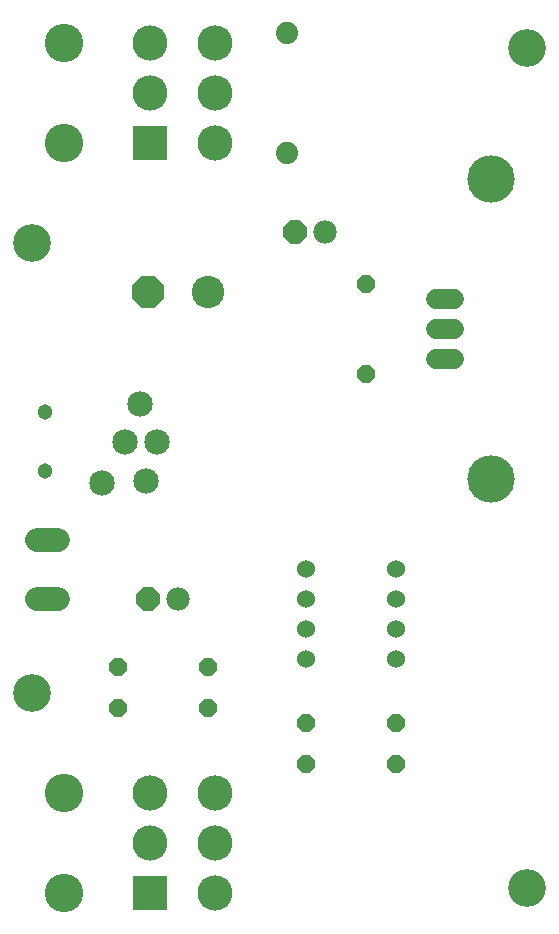
<source format=gbr>
G04 EAGLE Gerber RS-274X export*
G75*
%MOMM*%
%FSLAX34Y34*%
%LPD*%
%INSoldermask Top*%
%IPPOS*%
%AMOC8*
5,1,8,0,0,1.08239X$1,22.5*%
G01*
%ADD10C,2.743200*%
%ADD11P,2.969212X8X202.500000*%
%ADD12C,1.879600*%
%ADD13C,2.978200*%
%ADD14R,2.978200X2.978200*%
%ADD15C,3.253200*%
%ADD16C,1.711200*%
%ADD17P,1.649562X8X202.500000*%
%ADD18P,1.649562X8X22.500000*%
%ADD19P,1.649562X8X112.500000*%
%ADD20C,1.524000*%
%ADD21C,3.203200*%
%ADD22C,2.153200*%
%ADD23C,1.303200*%
%ADD24C,4.013200*%
%ADD25P,2.144431X8X202.500000*%
%ADD26C,1.981200*%
%ADD27C,1.993900*%


D10*
X193675Y549275D03*
D11*
X142875Y549275D03*
D12*
X260350Y768350D03*
X260350Y666750D03*
D13*
X198950Y124550D03*
X198950Y82550D03*
X198950Y40550D03*
X143950Y124550D03*
X143950Y82550D03*
D14*
X143950Y40550D03*
D15*
X70950Y124550D03*
X70950Y40550D03*
D13*
X198950Y759550D03*
X198950Y717550D03*
X198950Y675550D03*
X143950Y759550D03*
X143950Y717550D03*
D14*
X143950Y675550D03*
D15*
X70950Y759550D03*
X70950Y675550D03*
D16*
X386160Y542925D02*
X401240Y542925D01*
X401240Y517525D02*
X386160Y517525D01*
X386160Y492125D02*
X401240Y492125D01*
D17*
X193675Y231775D03*
X117475Y231775D03*
D18*
X117475Y196850D03*
X193675Y196850D03*
X276225Y184150D03*
X352425Y184150D03*
X276225Y149225D03*
X352425Y149225D03*
D19*
X327025Y479425D03*
X327025Y555625D03*
D20*
X276225Y314325D03*
X276225Y288925D03*
X352425Y288925D03*
X352425Y314325D03*
X276225Y263525D03*
X276225Y238125D03*
X352425Y263525D03*
X352425Y238125D03*
D21*
X463550Y44450D03*
X463550Y755650D03*
X44450Y590550D03*
X44450Y209550D03*
D22*
X103400Y387275D03*
X123400Y422275D03*
X140400Y389275D03*
X135400Y454275D03*
X150400Y422275D03*
D23*
X55400Y397275D03*
X55400Y447275D03*
D24*
X433070Y390525D03*
X433070Y644525D03*
D25*
X266700Y600075D03*
D26*
X292100Y600075D03*
D25*
X142875Y288925D03*
D26*
X168275Y288925D03*
D27*
X66104Y339325D02*
X48197Y339325D01*
X48197Y289325D02*
X66104Y289325D01*
M02*

</source>
